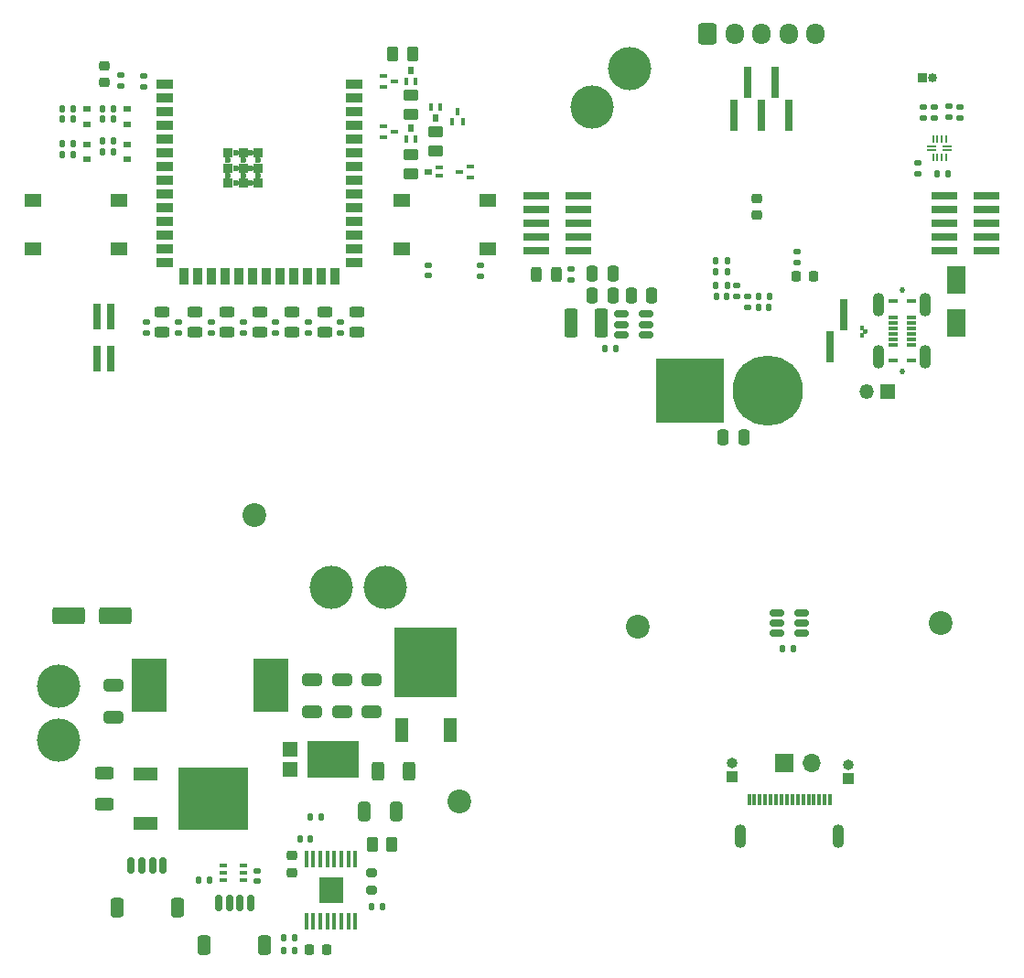
<source format=gts>
%TF.GenerationSoftware,KiCad,Pcbnew,(6.0.9)*%
%TF.CreationDate,2023-02-02T11:23:03+01:00*%
%TF.ProjectId,Stencil,5374656e-6369-46c2-9e6b-696361645f70,rev?*%
%TF.SameCoordinates,Original*%
%TF.FileFunction,Soldermask,Top*%
%TF.FilePolarity,Negative*%
%FSLAX46Y46*%
G04 Gerber Fmt 4.6, Leading zero omitted, Abs format (unit mm)*
G04 Created by KiCad (PCBNEW (6.0.9)) date 2023-02-02 11:23:03*
%MOMM*%
%LPD*%
G01*
G04 APERTURE LIST*
G04 Aperture macros list*
%AMRoundRect*
0 Rectangle with rounded corners*
0 $1 Rounding radius*
0 $2 $3 $4 $5 $6 $7 $8 $9 X,Y pos of 4 corners*
0 Add a 4 corners polygon primitive as box body*
4,1,4,$2,$3,$4,$5,$6,$7,$8,$9,$2,$3,0*
0 Add four circle primitives for the rounded corners*
1,1,$1+$1,$2,$3*
1,1,$1+$1,$4,$5*
1,1,$1+$1,$6,$7*
1,1,$1+$1,$8,$9*
0 Add four rect primitives between the rounded corners*
20,1,$1+$1,$2,$3,$4,$5,0*
20,1,$1+$1,$4,$5,$6,$7,0*
20,1,$1+$1,$6,$7,$8,$9,0*
20,1,$1+$1,$8,$9,$2,$3,0*%
G04 Aperture macros list end*
%ADD10C,0.010000*%
%ADD11RoundRect,0.140000X-0.170000X0.140000X-0.170000X-0.140000X0.170000X-0.140000X0.170000X0.140000X0*%
%ADD12RoundRect,0.250000X0.375000X1.075000X-0.375000X1.075000X-0.375000X-1.075000X0.375000X-1.075000X0*%
%ADD13RoundRect,0.140000X0.170000X-0.140000X0.170000X0.140000X-0.170000X0.140000X-0.170000X-0.140000X0*%
%ADD14R,0.700000X0.600000*%
%ADD15R,0.500000X0.700000*%
%ADD16R,0.400000X0.700000*%
%ADD17RoundRect,0.135000X0.185000X-0.135000X0.185000X0.135000X-0.185000X0.135000X-0.185000X-0.135000X0*%
%ADD18RoundRect,0.135000X0.135000X0.185000X-0.135000X0.185000X-0.135000X-0.185000X0.135000X-0.185000X0*%
%ADD19R,2.400000X0.740000*%
%ADD20RoundRect,0.200000X0.275000X-0.200000X0.275000X0.200000X-0.275000X0.200000X-0.275000X-0.200000X0*%
%ADD21R,3.250000X5.000000*%
%ADD22RoundRect,0.250000X0.650000X-0.325000X0.650000X0.325000X-0.650000X0.325000X-0.650000X-0.325000X0*%
%ADD23C,2.200000*%
%ADD24RoundRect,0.135000X-0.185000X0.135000X-0.185000X-0.135000X0.185000X-0.135000X0.185000X0.135000X0*%
%ADD25RoundRect,0.250000X0.450000X-0.262500X0.450000X0.262500X-0.450000X0.262500X-0.450000X-0.262500X0*%
%ADD26RoundRect,0.243750X-0.456250X0.243750X-0.456250X-0.243750X0.456250X-0.243750X0.456250X0.243750X0*%
%ADD27R,1.500000X0.900000*%
%ADD28R,0.900000X1.500000*%
%ADD29R,0.900000X0.900000*%
%ADD30C,0.600000*%
%ADD31R,1.550000X1.300000*%
%ADD32C,4.000000*%
%ADD33RoundRect,0.150000X-0.150000X-0.625000X0.150000X-0.625000X0.150000X0.625000X-0.150000X0.625000X0*%
%ADD34RoundRect,0.250000X-0.350000X-0.650000X0.350000X-0.650000X0.350000X0.650000X-0.350000X0.650000X0*%
%ADD35R,1.200000X2.200000*%
%ADD36R,5.800000X6.400000*%
%ADD37R,4.860000X3.360000*%
%ADD38R,1.400000X1.390000*%
%ADD39RoundRect,0.135000X-0.135000X-0.185000X0.135000X-0.185000X0.135000X0.185000X-0.135000X0.185000X0*%
%ADD40R,1.800000X2.500000*%
%ADD41R,2.310000X2.460000*%
%ADD42RoundRect,0.100000X0.100000X-0.687500X0.100000X0.687500X-0.100000X0.687500X-0.100000X-0.687500X0*%
%ADD43RoundRect,0.225000X0.250000X-0.225000X0.250000X0.225000X-0.250000X0.225000X-0.250000X-0.225000X0*%
%ADD44R,0.650000X3.000000*%
%ADD45R,0.300000X1.000000*%
%ADD46O,1.100000X2.200000*%
%ADD47RoundRect,0.250000X-0.625000X0.312500X-0.625000X-0.312500X0.625000X-0.312500X0.625000X0.312500X0*%
%ADD48R,1.000000X1.000000*%
%ADD49O,1.000000X1.000000*%
%ADD50RoundRect,0.150000X-0.512500X-0.150000X0.512500X-0.150000X0.512500X0.150000X-0.512500X0.150000X0*%
%ADD51RoundRect,0.140000X0.140000X0.170000X-0.140000X0.170000X-0.140000X-0.170000X0.140000X-0.170000X0*%
%ADD52R,0.700000X0.400000*%
%ADD53RoundRect,0.140000X-0.140000X-0.170000X0.140000X-0.170000X0.140000X0.170000X-0.140000X0.170000X0*%
%ADD54RoundRect,0.250000X0.262500X0.450000X-0.262500X0.450000X-0.262500X-0.450000X0.262500X-0.450000X0*%
%ADD55RoundRect,0.225000X-0.225000X-0.250000X0.225000X-0.250000X0.225000X0.250000X-0.225000X0.250000X0*%
%ADD56R,0.740000X2.400000*%
%ADD57RoundRect,0.250000X-0.325000X-0.650000X0.325000X-0.650000X0.325000X0.650000X-0.325000X0.650000X0*%
%ADD58R,0.650000X0.400000*%
%ADD59RoundRect,0.250000X-0.250000X-0.475000X0.250000X-0.475000X0.250000X0.475000X-0.250000X0.475000X0*%
%ADD60RoundRect,0.250000X0.312500X0.625000X-0.312500X0.625000X-0.312500X-0.625000X0.312500X-0.625000X0*%
%ADD61RoundRect,0.250000X-1.250000X-0.550000X1.250000X-0.550000X1.250000X0.550000X-1.250000X0.550000X0*%
%ADD62RoundRect,0.225000X-0.250000X0.225000X-0.250000X-0.225000X0.250000X-0.225000X0.250000X0.225000X0*%
%ADD63R,2.200000X1.200000*%
%ADD64R,6.400000X5.800000*%
%ADD65RoundRect,0.250000X0.250000X0.475000X-0.250000X0.475000X-0.250000X-0.475000X0.250000X-0.475000X0*%
%ADD66RoundRect,0.050000X0.375000X0.050000X-0.375000X0.050000X-0.375000X-0.050000X0.375000X-0.050000X0*%
%ADD67RoundRect,0.050000X0.050000X0.275000X-0.050000X0.275000X-0.050000X-0.275000X0.050000X-0.275000X0*%
%ADD68RoundRect,0.250000X-0.262500X-0.450000X0.262500X-0.450000X0.262500X0.450000X-0.262500X0.450000X0*%
%ADD69R,0.850000X0.850000*%
%ADD70O,0.850000X0.850000*%
%ADD71RoundRect,0.243750X-0.243750X-0.456250X0.243750X-0.456250X0.243750X0.456250X-0.243750X0.456250X0*%
%ADD72RoundRect,0.250000X-0.450000X0.262500X-0.450000X-0.262500X0.450000X-0.262500X0.450000X0.262500X0*%
%ADD73C,0.520000*%
%ADD74R,0.870000X0.300000*%
%ADD75RoundRect,0.250000X-0.650000X0.325000X-0.650000X-0.325000X0.650000X-0.325000X0.650000X0.325000X0*%
%ADD76R,0.700000X0.500000*%
%ADD77RoundRect,0.150000X0.512500X0.150000X-0.512500X0.150000X-0.512500X-0.150000X0.512500X-0.150000X0*%
%ADD78RoundRect,0.225000X0.225000X0.250000X-0.225000X0.250000X-0.225000X-0.250000X0.225000X-0.250000X0*%
%ADD79RoundRect,0.250000X-0.600000X-0.725000X0.600000X-0.725000X0.600000X0.725000X-0.600000X0.725000X0*%
%ADD80O,1.700000X1.950000*%
%ADD81R,1.700000X1.700000*%
%ADD82O,1.700000X1.700000*%
%ADD83R,1.350000X1.350000*%
%ADD84O,1.350000X1.350000*%
%ADD85C,6.500000*%
%ADD86R,6.300000X6.000000*%
G04 APERTURE END LIST*
%TO.C,D202*%
G36*
X190108000Y-91041000D02*
G01*
X190110000Y-91041000D01*
X190113000Y-91042000D01*
X190115000Y-91042000D01*
X190118000Y-91043000D01*
X190120000Y-91044000D01*
X190123000Y-91045000D01*
X190125000Y-91047000D01*
X190127000Y-91048000D01*
X190129000Y-91050000D01*
X190131000Y-91051000D01*
X190139000Y-91059000D01*
X190140000Y-91061000D01*
X190142000Y-91063000D01*
X190143000Y-91065000D01*
X190145000Y-91067000D01*
X190146000Y-91070000D01*
X190147000Y-91072000D01*
X190148000Y-91075000D01*
X190148000Y-91077000D01*
X190149000Y-91080000D01*
X190149000Y-91082000D01*
X190150000Y-91085000D01*
X190150000Y-91295000D01*
X190149000Y-91298000D01*
X190149000Y-91300000D01*
X190148000Y-91303000D01*
X190148000Y-91305000D01*
X190147000Y-91308000D01*
X190146000Y-91310000D01*
X190145000Y-91313000D01*
X190143000Y-91315000D01*
X190142000Y-91317000D01*
X190140000Y-91319000D01*
X190139000Y-91321000D01*
X190131000Y-91329000D01*
X190129000Y-91330000D01*
X190127000Y-91332000D01*
X190125000Y-91333000D01*
X190123000Y-91335000D01*
X190120000Y-91336000D01*
X190118000Y-91337000D01*
X190115000Y-91338000D01*
X190113000Y-91338000D01*
X190110000Y-91339000D01*
X190108000Y-91339000D01*
X190105000Y-91340000D01*
X189895000Y-91340000D01*
X189892000Y-91339000D01*
X189890000Y-91339000D01*
X189887000Y-91338000D01*
X189885000Y-91338000D01*
X189882000Y-91337000D01*
X189880000Y-91336000D01*
X189877000Y-91335000D01*
X189875000Y-91333000D01*
X189873000Y-91332000D01*
X189871000Y-91330000D01*
X189869000Y-91329000D01*
X189861000Y-91321000D01*
X189860000Y-91319000D01*
X189858000Y-91317000D01*
X189857000Y-91315000D01*
X189855000Y-91313000D01*
X189854000Y-91310000D01*
X189853000Y-91308000D01*
X189852000Y-91305000D01*
X189852000Y-91303000D01*
X189851000Y-91300000D01*
X189851000Y-91298000D01*
X189850000Y-91295000D01*
X189850000Y-91085000D01*
X189851000Y-91082000D01*
X189851000Y-91080000D01*
X189852000Y-91077000D01*
X189852000Y-91075000D01*
X189853000Y-91072000D01*
X189854000Y-91070000D01*
X189855000Y-91067000D01*
X189857000Y-91065000D01*
X189858000Y-91063000D01*
X189860000Y-91061000D01*
X189861000Y-91059000D01*
X189869000Y-91051000D01*
X189871000Y-91050000D01*
X189873000Y-91048000D01*
X189875000Y-91047000D01*
X189877000Y-91045000D01*
X189880000Y-91044000D01*
X189882000Y-91043000D01*
X189885000Y-91042000D01*
X189887000Y-91042000D01*
X189890000Y-91041000D01*
X189892000Y-91041000D01*
X189895000Y-91040000D01*
X190105000Y-91040000D01*
X190108000Y-91041000D01*
G37*
D10*
X190108000Y-91041000D02*
X190110000Y-91041000D01*
X190113000Y-91042000D01*
X190115000Y-91042000D01*
X190118000Y-91043000D01*
X190120000Y-91044000D01*
X190123000Y-91045000D01*
X190125000Y-91047000D01*
X190127000Y-91048000D01*
X190129000Y-91050000D01*
X190131000Y-91051000D01*
X190139000Y-91059000D01*
X190140000Y-91061000D01*
X190142000Y-91063000D01*
X190143000Y-91065000D01*
X190145000Y-91067000D01*
X190146000Y-91070000D01*
X190147000Y-91072000D01*
X190148000Y-91075000D01*
X190148000Y-91077000D01*
X190149000Y-91080000D01*
X190149000Y-91082000D01*
X190150000Y-91085000D01*
X190150000Y-91295000D01*
X190149000Y-91298000D01*
X190149000Y-91300000D01*
X190148000Y-91303000D01*
X190148000Y-91305000D01*
X190147000Y-91308000D01*
X190146000Y-91310000D01*
X190145000Y-91313000D01*
X190143000Y-91315000D01*
X190142000Y-91317000D01*
X190140000Y-91319000D01*
X190139000Y-91321000D01*
X190131000Y-91329000D01*
X190129000Y-91330000D01*
X190127000Y-91332000D01*
X190125000Y-91333000D01*
X190123000Y-91335000D01*
X190120000Y-91336000D01*
X190118000Y-91337000D01*
X190115000Y-91338000D01*
X190113000Y-91338000D01*
X190110000Y-91339000D01*
X190108000Y-91339000D01*
X190105000Y-91340000D01*
X189895000Y-91340000D01*
X189892000Y-91339000D01*
X189890000Y-91339000D01*
X189887000Y-91338000D01*
X189885000Y-91338000D01*
X189882000Y-91337000D01*
X189880000Y-91336000D01*
X189877000Y-91335000D01*
X189875000Y-91333000D01*
X189873000Y-91332000D01*
X189871000Y-91330000D01*
X189869000Y-91329000D01*
X189861000Y-91321000D01*
X189860000Y-91319000D01*
X189858000Y-91317000D01*
X189857000Y-91315000D01*
X189855000Y-91313000D01*
X189854000Y-91310000D01*
X189853000Y-91308000D01*
X189852000Y-91305000D01*
X189852000Y-91303000D01*
X189851000Y-91300000D01*
X189851000Y-91298000D01*
X189850000Y-91295000D01*
X189850000Y-91085000D01*
X189851000Y-91082000D01*
X189851000Y-91080000D01*
X189852000Y-91077000D01*
X189852000Y-91075000D01*
X189853000Y-91072000D01*
X189854000Y-91070000D01*
X189855000Y-91067000D01*
X189857000Y-91065000D01*
X189858000Y-91063000D01*
X189860000Y-91061000D01*
X189861000Y-91059000D01*
X189869000Y-91051000D01*
X189871000Y-91050000D01*
X189873000Y-91048000D01*
X189875000Y-91047000D01*
X189877000Y-91045000D01*
X189880000Y-91044000D01*
X189882000Y-91043000D01*
X189885000Y-91042000D01*
X189887000Y-91042000D01*
X189890000Y-91041000D01*
X189892000Y-91041000D01*
X189895000Y-91040000D01*
X190105000Y-91040000D01*
X190108000Y-91041000D01*
G36*
X190408000Y-90701000D02*
G01*
X190410000Y-90701000D01*
X190413000Y-90702000D01*
X190415000Y-90702000D01*
X190418000Y-90703000D01*
X190420000Y-90704000D01*
X190423000Y-90705000D01*
X190425000Y-90707000D01*
X190427000Y-90708000D01*
X190429000Y-90710000D01*
X190431000Y-90711000D01*
X190439000Y-90719000D01*
X190440000Y-90721000D01*
X190442000Y-90723000D01*
X190443000Y-90725000D01*
X190445000Y-90727000D01*
X190446000Y-90730000D01*
X190447000Y-90732000D01*
X190448000Y-90735000D01*
X190448000Y-90737000D01*
X190449000Y-90740000D01*
X190449000Y-90742000D01*
X190450000Y-90745000D01*
X190450000Y-90955000D01*
X190449000Y-90958000D01*
X190449000Y-90960000D01*
X190448000Y-90963000D01*
X190448000Y-90965000D01*
X190447000Y-90968000D01*
X190446000Y-90970000D01*
X190445000Y-90973000D01*
X190443000Y-90975000D01*
X190442000Y-90977000D01*
X190440000Y-90979000D01*
X190439000Y-90981000D01*
X190431000Y-90989000D01*
X190429000Y-90990000D01*
X190427000Y-90992000D01*
X190425000Y-90993000D01*
X190423000Y-90995000D01*
X190420000Y-90996000D01*
X190418000Y-90997000D01*
X190415000Y-90998000D01*
X190413000Y-90998000D01*
X190410000Y-90999000D01*
X190408000Y-90999000D01*
X190405000Y-91000000D01*
X190195000Y-91000000D01*
X190192000Y-90999000D01*
X190190000Y-90999000D01*
X190187000Y-90998000D01*
X190185000Y-90998000D01*
X190182000Y-90997000D01*
X190180000Y-90996000D01*
X190177000Y-90995000D01*
X190175000Y-90993000D01*
X190173000Y-90992000D01*
X190171000Y-90990000D01*
X190169000Y-90989000D01*
X190161000Y-90981000D01*
X190160000Y-90979000D01*
X190158000Y-90977000D01*
X190157000Y-90975000D01*
X190155000Y-90973000D01*
X190154000Y-90970000D01*
X190153000Y-90968000D01*
X190152000Y-90965000D01*
X190152000Y-90963000D01*
X190151000Y-90960000D01*
X190151000Y-90958000D01*
X190150000Y-90955000D01*
X190150000Y-90745000D01*
X190151000Y-90742000D01*
X190151000Y-90740000D01*
X190152000Y-90737000D01*
X190152000Y-90735000D01*
X190153000Y-90732000D01*
X190154000Y-90730000D01*
X190155000Y-90727000D01*
X190157000Y-90725000D01*
X190158000Y-90723000D01*
X190160000Y-90721000D01*
X190161000Y-90719000D01*
X190169000Y-90711000D01*
X190171000Y-90710000D01*
X190173000Y-90708000D01*
X190175000Y-90707000D01*
X190177000Y-90705000D01*
X190180000Y-90704000D01*
X190182000Y-90703000D01*
X190185000Y-90702000D01*
X190187000Y-90702000D01*
X190190000Y-90701000D01*
X190192000Y-90701000D01*
X190195000Y-90700000D01*
X190405000Y-90700000D01*
X190408000Y-90701000D01*
G37*
X190408000Y-90701000D02*
X190410000Y-90701000D01*
X190413000Y-90702000D01*
X190415000Y-90702000D01*
X190418000Y-90703000D01*
X190420000Y-90704000D01*
X190423000Y-90705000D01*
X190425000Y-90707000D01*
X190427000Y-90708000D01*
X190429000Y-90710000D01*
X190431000Y-90711000D01*
X190439000Y-90719000D01*
X190440000Y-90721000D01*
X190442000Y-90723000D01*
X190443000Y-90725000D01*
X190445000Y-90727000D01*
X190446000Y-90730000D01*
X190447000Y-90732000D01*
X190448000Y-90735000D01*
X190448000Y-90737000D01*
X190449000Y-90740000D01*
X190449000Y-90742000D01*
X190450000Y-90745000D01*
X190450000Y-90955000D01*
X190449000Y-90958000D01*
X190449000Y-90960000D01*
X190448000Y-90963000D01*
X190448000Y-90965000D01*
X190447000Y-90968000D01*
X190446000Y-90970000D01*
X190445000Y-90973000D01*
X190443000Y-90975000D01*
X190442000Y-90977000D01*
X190440000Y-90979000D01*
X190439000Y-90981000D01*
X190431000Y-90989000D01*
X190429000Y-90990000D01*
X190427000Y-90992000D01*
X190425000Y-90993000D01*
X190423000Y-90995000D01*
X190420000Y-90996000D01*
X190418000Y-90997000D01*
X190415000Y-90998000D01*
X190413000Y-90998000D01*
X190410000Y-90999000D01*
X190408000Y-90999000D01*
X190405000Y-91000000D01*
X190195000Y-91000000D01*
X190192000Y-90999000D01*
X190190000Y-90999000D01*
X190187000Y-90998000D01*
X190185000Y-90998000D01*
X190182000Y-90997000D01*
X190180000Y-90996000D01*
X190177000Y-90995000D01*
X190175000Y-90993000D01*
X190173000Y-90992000D01*
X190171000Y-90990000D01*
X190169000Y-90989000D01*
X190161000Y-90981000D01*
X190160000Y-90979000D01*
X190158000Y-90977000D01*
X190157000Y-90975000D01*
X190155000Y-90973000D01*
X190154000Y-90970000D01*
X190153000Y-90968000D01*
X190152000Y-90965000D01*
X190152000Y-90963000D01*
X190151000Y-90960000D01*
X190151000Y-90958000D01*
X190150000Y-90955000D01*
X190150000Y-90745000D01*
X190151000Y-90742000D01*
X190151000Y-90740000D01*
X190152000Y-90737000D01*
X190152000Y-90735000D01*
X190153000Y-90732000D01*
X190154000Y-90730000D01*
X190155000Y-90727000D01*
X190157000Y-90725000D01*
X190158000Y-90723000D01*
X190160000Y-90721000D01*
X190161000Y-90719000D01*
X190169000Y-90711000D01*
X190171000Y-90710000D01*
X190173000Y-90708000D01*
X190175000Y-90707000D01*
X190177000Y-90705000D01*
X190180000Y-90704000D01*
X190182000Y-90703000D01*
X190185000Y-90702000D01*
X190187000Y-90702000D01*
X190190000Y-90701000D01*
X190192000Y-90701000D01*
X190195000Y-90700000D01*
X190405000Y-90700000D01*
X190408000Y-90701000D01*
G36*
X190108000Y-90361000D02*
G01*
X190110000Y-90361000D01*
X190113000Y-90362000D01*
X190115000Y-90362000D01*
X190118000Y-90363000D01*
X190120000Y-90364000D01*
X190123000Y-90365000D01*
X190125000Y-90367000D01*
X190127000Y-90368000D01*
X190129000Y-90370000D01*
X190131000Y-90371000D01*
X190139000Y-90379000D01*
X190140000Y-90381000D01*
X190142000Y-90383000D01*
X190143000Y-90385000D01*
X190145000Y-90387000D01*
X190146000Y-90390000D01*
X190147000Y-90392000D01*
X190148000Y-90395000D01*
X190148000Y-90397000D01*
X190149000Y-90400000D01*
X190149000Y-90402000D01*
X190150000Y-90405000D01*
X190150000Y-90615000D01*
X190149000Y-90618000D01*
X190149000Y-90620000D01*
X190148000Y-90623000D01*
X190148000Y-90625000D01*
X190147000Y-90628000D01*
X190146000Y-90630000D01*
X190145000Y-90633000D01*
X190143000Y-90635000D01*
X190142000Y-90637000D01*
X190140000Y-90639000D01*
X190139000Y-90641000D01*
X190131000Y-90649000D01*
X190129000Y-90650000D01*
X190127000Y-90652000D01*
X190125000Y-90653000D01*
X190123000Y-90655000D01*
X190120000Y-90656000D01*
X190118000Y-90657000D01*
X190115000Y-90658000D01*
X190113000Y-90658000D01*
X190110000Y-90659000D01*
X190108000Y-90659000D01*
X190105000Y-90660000D01*
X189895000Y-90660000D01*
X189892000Y-90659000D01*
X189890000Y-90659000D01*
X189887000Y-90658000D01*
X189885000Y-90658000D01*
X189882000Y-90657000D01*
X189880000Y-90656000D01*
X189877000Y-90655000D01*
X189875000Y-90653000D01*
X189873000Y-90652000D01*
X189871000Y-90650000D01*
X189869000Y-90649000D01*
X189861000Y-90641000D01*
X189860000Y-90639000D01*
X189858000Y-90637000D01*
X189857000Y-90635000D01*
X189855000Y-90633000D01*
X189854000Y-90630000D01*
X189853000Y-90628000D01*
X189852000Y-90625000D01*
X189852000Y-90623000D01*
X189851000Y-90620000D01*
X189851000Y-90618000D01*
X189850000Y-90615000D01*
X189850000Y-90405000D01*
X189851000Y-90402000D01*
X189851000Y-90400000D01*
X189852000Y-90397000D01*
X189852000Y-90395000D01*
X189853000Y-90392000D01*
X189854000Y-90390000D01*
X189855000Y-90387000D01*
X189857000Y-90385000D01*
X189858000Y-90383000D01*
X189860000Y-90381000D01*
X189861000Y-90379000D01*
X189869000Y-90371000D01*
X189871000Y-90370000D01*
X189873000Y-90368000D01*
X189875000Y-90367000D01*
X189877000Y-90365000D01*
X189880000Y-90364000D01*
X189882000Y-90363000D01*
X189885000Y-90362000D01*
X189887000Y-90362000D01*
X189890000Y-90361000D01*
X189892000Y-90361000D01*
X189895000Y-90360000D01*
X190105000Y-90360000D01*
X190108000Y-90361000D01*
G37*
X190108000Y-90361000D02*
X190110000Y-90361000D01*
X190113000Y-90362000D01*
X190115000Y-90362000D01*
X190118000Y-90363000D01*
X190120000Y-90364000D01*
X190123000Y-90365000D01*
X190125000Y-90367000D01*
X190127000Y-90368000D01*
X190129000Y-90370000D01*
X190131000Y-90371000D01*
X190139000Y-90379000D01*
X190140000Y-90381000D01*
X190142000Y-90383000D01*
X190143000Y-90385000D01*
X190145000Y-90387000D01*
X190146000Y-90390000D01*
X190147000Y-90392000D01*
X190148000Y-90395000D01*
X190148000Y-90397000D01*
X190149000Y-90400000D01*
X190149000Y-90402000D01*
X190150000Y-90405000D01*
X190150000Y-90615000D01*
X190149000Y-90618000D01*
X190149000Y-90620000D01*
X190148000Y-90623000D01*
X190148000Y-90625000D01*
X190147000Y-90628000D01*
X190146000Y-90630000D01*
X190145000Y-90633000D01*
X190143000Y-90635000D01*
X190142000Y-90637000D01*
X190140000Y-90639000D01*
X190139000Y-90641000D01*
X190131000Y-90649000D01*
X190129000Y-90650000D01*
X190127000Y-90652000D01*
X190125000Y-90653000D01*
X190123000Y-90655000D01*
X190120000Y-90656000D01*
X190118000Y-90657000D01*
X190115000Y-90658000D01*
X190113000Y-90658000D01*
X190110000Y-90659000D01*
X190108000Y-90659000D01*
X190105000Y-90660000D01*
X189895000Y-90660000D01*
X189892000Y-90659000D01*
X189890000Y-90659000D01*
X189887000Y-90658000D01*
X189885000Y-90658000D01*
X189882000Y-90657000D01*
X189880000Y-90656000D01*
X189877000Y-90655000D01*
X189875000Y-90653000D01*
X189873000Y-90652000D01*
X189871000Y-90650000D01*
X189869000Y-90649000D01*
X189861000Y-90641000D01*
X189860000Y-90639000D01*
X189858000Y-90637000D01*
X189857000Y-90635000D01*
X189855000Y-90633000D01*
X189854000Y-90630000D01*
X189853000Y-90628000D01*
X189852000Y-90625000D01*
X189852000Y-90623000D01*
X189851000Y-90620000D01*
X189851000Y-90618000D01*
X189850000Y-90615000D01*
X189850000Y-90405000D01*
X189851000Y-90402000D01*
X189851000Y-90400000D01*
X189852000Y-90397000D01*
X189852000Y-90395000D01*
X189853000Y-90392000D01*
X189854000Y-90390000D01*
X189855000Y-90387000D01*
X189857000Y-90385000D01*
X189858000Y-90383000D01*
X189860000Y-90381000D01*
X189861000Y-90379000D01*
X189869000Y-90371000D01*
X189871000Y-90370000D01*
X189873000Y-90368000D01*
X189875000Y-90367000D01*
X189877000Y-90365000D01*
X189880000Y-90364000D01*
X189882000Y-90363000D01*
X189885000Y-90362000D01*
X189887000Y-90362000D01*
X189890000Y-90361000D01*
X189892000Y-90361000D01*
X189895000Y-90360000D01*
X190105000Y-90360000D01*
X190108000Y-90361000D01*
%TD*%
D11*
%TO.C,C327*%
X179450000Y-87670000D03*
X179450000Y-88630000D03*
%TD*%
D12*
%TO.C,L401*%
X165950000Y-90150000D03*
X163150000Y-90150000D03*
%TD*%
D13*
%TO.C,C10*%
X134100000Y-141780000D03*
X134100000Y-140820000D03*
%TD*%
D14*
%TO.C,D402*%
X122057029Y-73558471D03*
X122057029Y-74958471D03*
%TD*%
D15*
%TO.C,Q408*%
X148307029Y-66758471D03*
D16*
X147907029Y-67758471D03*
X148707029Y-67758471D03*
%TD*%
D17*
%TO.C,R501*%
X196750000Y-71120000D03*
X196750000Y-70100000D03*
%TD*%
D18*
%TO.C,R418*%
X117067029Y-70258471D03*
X116047029Y-70258471D03*
%TD*%
D19*
%TO.C,J203*%
X201600000Y-83390000D03*
X197700000Y-83390000D03*
X201600000Y-82120000D03*
X197700000Y-82120000D03*
X201600000Y-80850000D03*
X197700000Y-80850000D03*
X201600000Y-79580000D03*
X197700000Y-79580000D03*
X201600000Y-78310000D03*
X197700000Y-78310000D03*
%TD*%
D20*
%TO.C,R5*%
X144700000Y-142625000D03*
X144700000Y-140975000D03*
%TD*%
D13*
%TO.C,C304*%
X149937029Y-85728471D03*
X149937029Y-84768471D03*
%TD*%
D21*
%TO.C,L1*%
X124075000Y-123600000D03*
X135325000Y-123600000D03*
%TD*%
D22*
%TO.C,C6*%
X144700000Y-126075000D03*
X144700000Y-123125000D03*
%TD*%
D23*
%TO.C,REF\u002A\u002A*%
X152800000Y-134400000D03*
%TD*%
D24*
%TO.C,R309*%
X126807029Y-89998471D03*
X126807029Y-91018471D03*
%TD*%
D25*
%TO.C,R406*%
X148307029Y-76320971D03*
X148307029Y-74495971D03*
%TD*%
D26*
%TO.C,D305*%
X137307029Y-89070971D03*
X137307029Y-90945971D03*
%TD*%
D17*
%TO.C,R302*%
X154737029Y-85788471D03*
X154737029Y-84768471D03*
%TD*%
D18*
%TO.C,R414*%
X117067029Y-73508471D03*
X116047029Y-73508471D03*
%TD*%
%TO.C,R309*%
X177560000Y-84350000D03*
X176540000Y-84350000D03*
%TD*%
D27*
%TO.C,U301*%
X125557029Y-68048471D03*
X125557029Y-69318471D03*
X125557029Y-70588471D03*
X125557029Y-71858471D03*
X125557029Y-73128471D03*
X125557029Y-74398471D03*
X125557029Y-75668471D03*
X125557029Y-76938471D03*
X125557029Y-78208471D03*
X125557029Y-79478471D03*
X125557029Y-80748471D03*
X125557029Y-82018471D03*
X125557029Y-83288471D03*
X125557029Y-84558471D03*
D28*
X127322029Y-85808471D03*
X128592029Y-85808471D03*
X129862029Y-85808471D03*
X131132029Y-85808471D03*
X132402029Y-85808471D03*
X133672029Y-85808471D03*
X134942029Y-85808471D03*
X136212029Y-85808471D03*
X137482029Y-85808471D03*
X138752029Y-85808471D03*
X140022029Y-85808471D03*
X141292029Y-85808471D03*
D27*
X143057029Y-84558471D03*
X143057029Y-83288471D03*
X143057029Y-82018471D03*
X143057029Y-80748471D03*
X143057029Y-79478471D03*
X143057029Y-78208471D03*
X143057029Y-76938471D03*
X143057029Y-75668471D03*
X143057029Y-74398471D03*
X143057029Y-73128471D03*
X143057029Y-71858471D03*
X143057029Y-70588471D03*
X143057029Y-69318471D03*
X143057029Y-68048471D03*
D29*
X131407029Y-77168471D03*
D30*
X133507029Y-74368471D03*
X131407029Y-76468471D03*
X132107029Y-74368471D03*
D29*
X131407029Y-75768471D03*
D30*
X132807029Y-76468471D03*
D29*
X132807029Y-77168471D03*
X132807029Y-75768471D03*
D30*
X132107029Y-75768471D03*
D29*
X134207029Y-75768471D03*
D30*
X131407029Y-75068471D03*
D29*
X134207029Y-77168471D03*
D30*
X133507029Y-75768471D03*
D29*
X132807029Y-74368471D03*
X134207029Y-74368471D03*
D30*
X133507029Y-77168471D03*
X132807029Y-75068471D03*
D29*
X131407029Y-74368471D03*
D30*
X134207029Y-75068471D03*
X134207029Y-76468471D03*
X132107029Y-77168471D03*
%TD*%
D31*
%TO.C,SW301*%
X113322029Y-83258471D03*
X121272029Y-83258471D03*
X113322029Y-78758471D03*
X121272029Y-78758471D03*
%TD*%
D32*
%TO.C,J1*%
X115700000Y-128700000D03*
X115700000Y-123700000D03*
%TD*%
D33*
%TO.C,J4*%
X130500000Y-143800000D03*
X131500000Y-143800000D03*
X132500000Y-143800000D03*
X133500000Y-143800000D03*
D34*
X129200000Y-147675000D03*
X134800000Y-147675000D03*
%TD*%
D35*
%TO.C,Q2*%
X147420000Y-127800000D03*
D36*
X149700000Y-121500000D03*
D35*
X151980000Y-127800000D03*
%TD*%
D37*
%TO.C,D1*%
X141120000Y-130500000D03*
D38*
X137138000Y-129580000D03*
X137138000Y-131420000D03*
%TD*%
D26*
%TO.C,D301*%
X125307029Y-89070971D03*
X125307029Y-90945971D03*
%TD*%
D39*
%TO.C,R8*%
X136540000Y-148200000D03*
X137560000Y-148200000D03*
%TD*%
D31*
%TO.C,SW302*%
X147432029Y-78758471D03*
X155382029Y-78758471D03*
X155382029Y-83258471D03*
X147432029Y-83258471D03*
%TD*%
D24*
%TO.C,R506*%
X195190000Y-75270000D03*
X195190000Y-76290000D03*
%TD*%
D40*
%TO.C,D201*%
X198750000Y-90150000D03*
X198750000Y-86150000D03*
%TD*%
D41*
%TO.C,U1*%
X140900000Y-142600000D03*
D42*
X138625000Y-145462500D03*
X139275000Y-145462500D03*
X139925000Y-145462500D03*
X140575000Y-145462500D03*
X141225000Y-145462500D03*
X141875000Y-145462500D03*
X142525000Y-145462500D03*
X143175000Y-145462500D03*
X143175000Y-139737500D03*
X142525000Y-139737500D03*
X141875000Y-139737500D03*
X141225000Y-139737500D03*
X140575000Y-139737500D03*
X139925000Y-139737500D03*
X139275000Y-139737500D03*
X138625000Y-139737500D03*
%TD*%
D43*
%TO.C,C303*%
X119957029Y-67883471D03*
X119957029Y-66333471D03*
%TD*%
D44*
%TO.C,J207*%
X178210000Y-70850000D03*
X179480000Y-67850000D03*
X180750000Y-70850000D03*
X182020000Y-67850000D03*
X183290000Y-70850000D03*
%TD*%
D45*
%TO.C,J101*%
X179596447Y-134246447D03*
X180596447Y-134246447D03*
X181596447Y-134246447D03*
X182596447Y-134246447D03*
X184096447Y-134246447D03*
X185096447Y-134246447D03*
X186096447Y-134246447D03*
X187096447Y-134246447D03*
X186596447Y-134246447D03*
X185596447Y-134246447D03*
X184596447Y-134246447D03*
X183596447Y-134246447D03*
X183096447Y-134246447D03*
X182096447Y-134246447D03*
X181096447Y-134246447D03*
X180096447Y-134246447D03*
D46*
X178826447Y-137646447D03*
X187866447Y-137646447D03*
%TD*%
D15*
%TO.C,Q406*%
X148307029Y-72108471D03*
D16*
X147907029Y-73108471D03*
X148707029Y-73108471D03*
%TD*%
D18*
%TO.C,R2*%
X129710000Y-141700000D03*
X128690000Y-141700000D03*
%TD*%
D47*
%TO.C,R9*%
X119900000Y-131737500D03*
X119900000Y-134662500D03*
%TD*%
D48*
%TO.C,J104*%
X177996447Y-132096447D03*
D49*
X177996447Y-130826447D03*
%TD*%
D50*
%TO.C,U101*%
X182155393Y-116942893D03*
X182155393Y-117892893D03*
X182155393Y-118842893D03*
X184430393Y-118842893D03*
X184430393Y-117892893D03*
X184430393Y-116942893D03*
%TD*%
D26*
%TO.C,D306*%
X140307029Y-89070971D03*
X140307029Y-90945971D03*
%TD*%
D51*
%TO.C,C501*%
X197980000Y-76350000D03*
X197020000Y-76350000D03*
%TD*%
D18*
%TO.C,R314*%
X181460000Y-87650000D03*
X180440000Y-87650000D03*
%TD*%
D52*
%TO.C,Q407*%
X146807029Y-67758471D03*
X145807029Y-67258471D03*
X145807029Y-68258471D03*
%TD*%
D23*
%TO.C,REF\u002A\u002A*%
X169292893Y-118192893D03*
%TD*%
D18*
%TO.C,R416*%
X120817029Y-73258471D03*
X119797029Y-73258471D03*
%TD*%
D16*
%TO.C,Q401*%
X152607029Y-70508471D03*
X152107029Y-71508471D03*
X153107029Y-71508471D03*
%TD*%
D39*
%TO.C,R417*%
X116047029Y-71258471D03*
X117067029Y-71258471D03*
%TD*%
D24*
%TO.C,R308*%
X184050000Y-83540000D03*
X184050000Y-84560000D03*
%TD*%
D53*
%TO.C,C330*%
X176570000Y-87650000D03*
X177530000Y-87650000D03*
%TD*%
D54*
%TO.C,R412*%
X148469529Y-65258471D03*
X146644529Y-65258471D03*
%TD*%
D55*
%TO.C,C326*%
X183975000Y-85750000D03*
X185525000Y-85750000D03*
%TD*%
D56*
%TO.C,J205*%
X120572029Y-89508471D03*
X120572029Y-93408471D03*
X119302029Y-89508471D03*
X119302029Y-93408471D03*
%TD*%
D14*
%TO.C,D404*%
X122057029Y-70308471D03*
X122057029Y-71708471D03*
%TD*%
D26*
%TO.C,D304*%
X134307029Y-89070971D03*
X134307029Y-90945971D03*
%TD*%
D57*
%TO.C,C9*%
X144025000Y-135300000D03*
X146975000Y-135300000D03*
%TD*%
D14*
%TO.C,D401*%
X118307029Y-73558471D03*
X118307029Y-74958471D03*
%TD*%
D58*
%TO.C,UR1*%
X132850000Y-141650000D03*
X132850000Y-141000000D03*
X132850000Y-140350000D03*
X130950000Y-140350000D03*
X130950000Y-141000000D03*
X130950000Y-141650000D03*
%TD*%
D24*
%TO.C,R314*%
X141807029Y-89998471D03*
X141807029Y-91018471D03*
%TD*%
D18*
%TO.C,R4*%
X140010000Y-135800000D03*
X138990000Y-135800000D03*
%TD*%
D51*
%TO.C,C102*%
X183672893Y-120242893D03*
X182712893Y-120242893D03*
%TD*%
D59*
%TO.C,C404*%
X165100000Y-87550000D03*
X167000000Y-87550000D03*
%TD*%
D24*
%TO.C,R308*%
X123807029Y-89998471D03*
X123807029Y-91018471D03*
%TD*%
D13*
%TO.C,C302*%
X123557029Y-68238471D03*
X123557029Y-67278471D03*
%TD*%
D44*
%TO.C,J206*%
X188385000Y-89350000D03*
X187115000Y-92350000D03*
%TD*%
D59*
%TO.C,C324*%
X177200000Y-100650000D03*
X179100000Y-100650000D03*
%TD*%
D60*
%TO.C,R6*%
X148162500Y-131600000D03*
X145237500Y-131600000D03*
%TD*%
D59*
%TO.C,C405*%
X165100000Y-85550000D03*
X167000000Y-85550000D03*
%TD*%
D25*
%TO.C,R409*%
X148307029Y-70820971D03*
X148307029Y-68995971D03*
%TD*%
D39*
%TO.C,R315*%
X176540000Y-86650000D03*
X177560000Y-86650000D03*
%TD*%
D52*
%TO.C,Q405*%
X146807029Y-72408471D03*
X145807029Y-71908471D03*
X145807029Y-72908471D03*
%TD*%
D61*
%TO.C,C1*%
X116600000Y-117200000D03*
X121000000Y-117200000D03*
%TD*%
D62*
%TO.C,C3*%
X137300000Y-139425000D03*
X137300000Y-140975000D03*
%TD*%
D63*
%TO.C,Q1*%
X123750000Y-131820000D03*
D64*
X130050000Y-134100000D03*
D63*
X123750000Y-136380000D03*
%TD*%
D26*
%TO.C,D303*%
X131307029Y-89070971D03*
X131307029Y-90945971D03*
%TD*%
D17*
%TO.C,R503*%
X199120000Y-71110000D03*
X199120000Y-70090000D03*
%TD*%
D23*
%TO.C,REF\u002A\u002A*%
X197292893Y-117892893D03*
%TD*%
D24*
%TO.C,R310*%
X129807029Y-89998471D03*
X129807029Y-91018471D03*
%TD*%
D39*
%TO.C,R311*%
X176540000Y-85350000D03*
X177560000Y-85350000D03*
%TD*%
D65*
%TO.C,C402*%
X170600000Y-87550000D03*
X168700000Y-87550000D03*
%TD*%
D24*
%TO.C,R311*%
X132807029Y-89998471D03*
X132807029Y-91018471D03*
%TD*%
D14*
%TO.C,D403*%
X118307029Y-70308471D03*
X118307029Y-71708471D03*
%TD*%
D66*
%TO.C,U501*%
X197955000Y-74130000D03*
X197955000Y-73730000D03*
D67*
X197830000Y-73105000D03*
X197430000Y-73105000D03*
X197030000Y-73105000D03*
X196630000Y-73105000D03*
D66*
X196505000Y-73730000D03*
X196505000Y-74130000D03*
D67*
X196630000Y-74755000D03*
X197030000Y-74755000D03*
X197430000Y-74755000D03*
X197830000Y-74755000D03*
%TD*%
D39*
%TO.C,R419*%
X119797029Y-71258471D03*
X120817029Y-71258471D03*
%TD*%
D18*
%TO.C,R420*%
X120817029Y-70258471D03*
X119797029Y-70258471D03*
%TD*%
D22*
%TO.C,C7*%
X141950000Y-126075000D03*
X141950000Y-123125000D03*
%TD*%
D52*
%TO.C,Q403*%
X152807029Y-76108471D03*
X153807029Y-76608471D03*
X153807029Y-75608471D03*
%TD*%
D19*
%TO.C,J205*%
X163800000Y-83390000D03*
X159900000Y-83390000D03*
X163800000Y-82120000D03*
X159900000Y-82120000D03*
X163800000Y-80850000D03*
X159900000Y-80850000D03*
X163800000Y-79580000D03*
X159900000Y-79580000D03*
X163800000Y-78310000D03*
X159900000Y-78310000D03*
%TD*%
D68*
%TO.C,R7*%
X144725000Y-138400000D03*
X146550000Y-138400000D03*
%TD*%
D23*
%TO.C,REF\u002A\u002A*%
X133800000Y-107900000D03*
%TD*%
D24*
%TO.C,R502*%
X195720000Y-70100000D03*
X195720000Y-71120000D03*
%TD*%
D26*
%TO.C,D307*%
X143307029Y-89070971D03*
X143307029Y-90945971D03*
%TD*%
D69*
%TO.C,J210*%
X195600000Y-67400000D03*
D70*
X196600000Y-67400000D03*
%TD*%
D32*
%TO.C,J2*%
X140900000Y-114600000D03*
X145900000Y-114600000D03*
%TD*%
D26*
%TO.C,D302*%
X128307029Y-89070971D03*
X128307029Y-90945971D03*
%TD*%
D17*
%TO.C,R401*%
X163150000Y-86160000D03*
X163150000Y-85140000D03*
%TD*%
D24*
%TO.C,R301*%
X121427029Y-67148471D03*
X121427029Y-68168471D03*
%TD*%
D71*
%TO.C,D401*%
X159912500Y-85650000D03*
X161787500Y-85650000D03*
%TD*%
D53*
%TO.C,C403*%
X166270000Y-92450000D03*
X167230000Y-92450000D03*
%TD*%
D51*
%TO.C,C328*%
X181430000Y-88650000D03*
X180470000Y-88650000D03*
%TD*%
D43*
%TO.C,C331*%
X180350000Y-80150000D03*
X180350000Y-78600000D03*
%TD*%
D22*
%TO.C,C8*%
X139200000Y-126075000D03*
X139200000Y-123125000D03*
%TD*%
D72*
%TO.C,R403*%
X150557029Y-72395971D03*
X150557029Y-74220971D03*
%TD*%
D39*
%TO.C,R1*%
X136540000Y-147000000D03*
X137560000Y-147000000D03*
%TD*%
D18*
%TO.C,R10*%
X145710000Y-144100000D03*
X144690000Y-144100000D03*
%TD*%
D11*
%TO.C,C329*%
X178450000Y-86670000D03*
X178450000Y-87630000D03*
%TD*%
D39*
%TO.C,R415*%
X119797029Y-74258471D03*
X120817029Y-74258471D03*
%TD*%
D33*
%TO.C,J3*%
X122400000Y-140300000D03*
X123400000Y-140300000D03*
X124400000Y-140300000D03*
X125400000Y-140300000D03*
D34*
X126700000Y-144175000D03*
X121100000Y-144175000D03*
%TD*%
D73*
%TO.C,J201*%
X193750000Y-94600000D03*
X193750000Y-87100000D03*
D74*
X194615000Y-88100000D03*
X194615000Y-89600000D03*
X194615000Y-90100000D03*
X194615000Y-90600000D03*
X194615000Y-91100000D03*
X194615000Y-91600000D03*
X194615000Y-92100000D03*
X194615000Y-93600000D03*
X192885000Y-93600000D03*
X192885000Y-92100000D03*
X192885000Y-91600000D03*
X192885000Y-91100000D03*
X192885000Y-90600000D03*
X192885000Y-90100000D03*
X192885000Y-89600000D03*
X192885000Y-88100000D03*
D46*
X195900000Y-88450000D03*
X191600000Y-88450000D03*
X195900000Y-93250000D03*
X191600000Y-93250000D03*
%TD*%
D75*
%TO.C,C2*%
X120800000Y-123625000D03*
X120800000Y-126575000D03*
%TD*%
D24*
%TO.C,R504*%
X198120000Y-70080000D03*
X198120000Y-71100000D03*
%TD*%
D53*
%TO.C,C4*%
X138020000Y-137900000D03*
X138980000Y-137900000D03*
%TD*%
D39*
%TO.C,R413*%
X116047029Y-74508471D03*
X117067029Y-74508471D03*
%TD*%
D76*
%TO.C,Q404*%
X149907029Y-76108471D03*
D52*
X150907029Y-76508471D03*
X150907029Y-75708471D03*
%TD*%
D24*
%TO.C,R312*%
X135807029Y-89998471D03*
X135807029Y-91018471D03*
%TD*%
D15*
%TO.C,Q402*%
X150607029Y-71108471D03*
D16*
X151007029Y-70108471D03*
X150207029Y-70108471D03*
%TD*%
D77*
%TO.C,U401*%
X170087500Y-91200000D03*
X170087500Y-90250000D03*
X170087500Y-89300000D03*
X167812500Y-89300000D03*
X167812500Y-90250000D03*
X167812500Y-91200000D03*
%TD*%
D78*
%TO.C,C5*%
X140475000Y-148100000D03*
X138925000Y-148100000D03*
%TD*%
D24*
%TO.C,R313*%
X138807029Y-89998471D03*
X138807029Y-91018471D03*
%TD*%
D48*
%TO.C,J103*%
X188796447Y-132296447D03*
D49*
X188796447Y-131026447D03*
%TD*%
D79*
%TO.C,J208*%
X175750000Y-63375000D03*
D80*
X178250000Y-63375000D03*
X180750000Y-63375000D03*
X183250000Y-63375000D03*
X185750000Y-63375000D03*
%TD*%
D32*
%TO.C,J202*%
X168567767Y-66582233D03*
X165032233Y-70117767D03*
%TD*%
D81*
%TO.C,J102*%
X182871447Y-130846447D03*
D82*
X185411447Y-130846447D03*
%TD*%
D83*
%TO.C,J209*%
X192450000Y-96450000D03*
D84*
X190450000Y-96450000D03*
%TD*%
D85*
%TO.C,J204*%
X181350000Y-96350000D03*
D86*
X174150000Y-96350000D03*
%TD*%
M02*

</source>
